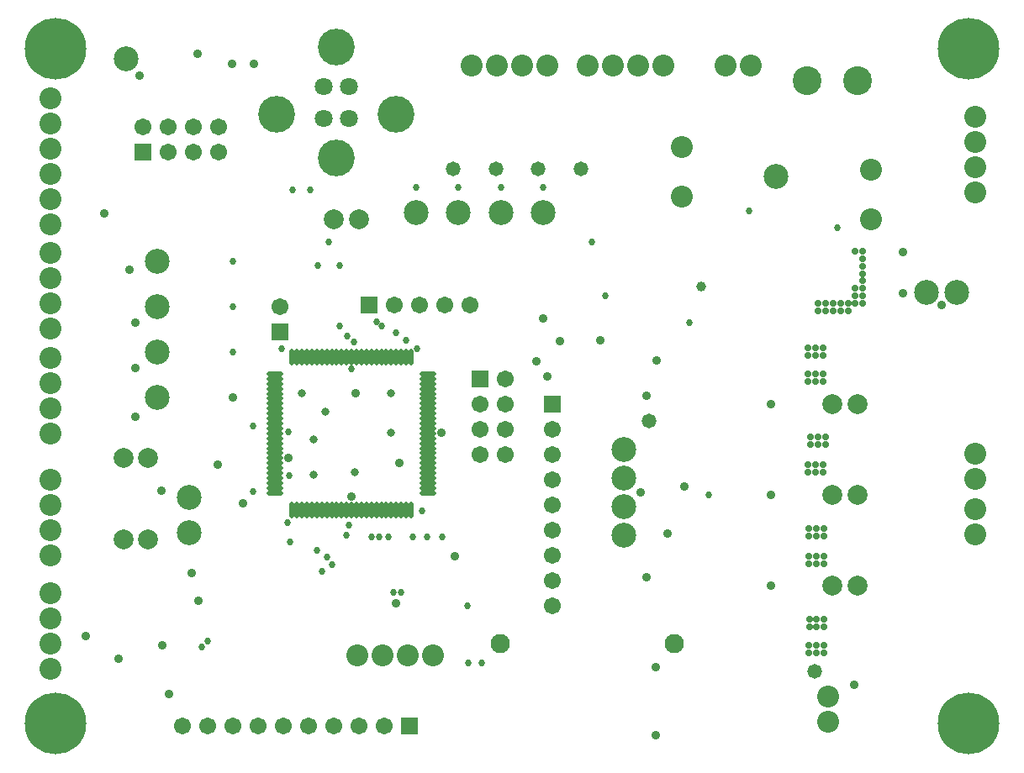
<source format=gts>
G04*
G04 #@! TF.GenerationSoftware,Altium Limited,Altium Designer,22.8.2 (66)*
G04*
G04 Layer_Color=8388736*
%FSLAX44Y44*%
%MOMM*%
G71*
G04*
G04 #@! TF.SameCoordinates,E80B4FDD-8870-46C6-9AB6-B278042541E5*
G04*
G04*
G04 #@! TF.FilePolarity,Negative*
G04*
G01*
G75*
%ADD17O,0.5032X1.6532*%
%ADD18O,1.6532X0.5032*%
%ADD19C,2.5032*%
%ADD20C,2.0032*%
%ADD21C,1.8032*%
%ADD22C,3.7032*%
%ADD23C,1.7032*%
%ADD24R,1.7032X1.7032*%
%ADD25C,6.2032*%
%ADD26C,2.2032*%
%ADD27R,1.7032X1.7032*%
%ADD28C,1.9532*%
%ADD29C,2.9032*%
%ADD30C,0.9032*%
%ADD31C,0.6932*%
%ADD32C,1.4732*%
%ADD33C,0.7032*%
%ADD34C,0.8032*%
%ADD35C,1.0032*%
D17*
X782560Y646650D02*
D03*
X777560D02*
D03*
X767560D02*
D03*
X772560D02*
D03*
X762560D02*
D03*
X802560D02*
D03*
X807560D02*
D03*
X812560D02*
D03*
X857560D02*
D03*
X852560D02*
D03*
X847560D02*
D03*
X842560D02*
D03*
X837560D02*
D03*
X832560D02*
D03*
X827560D02*
D03*
X822560D02*
D03*
X817560D02*
D03*
X797560D02*
D03*
X792560D02*
D03*
X787560D02*
D03*
X757560D02*
D03*
X752560D02*
D03*
X747560D02*
D03*
X742560D02*
D03*
X737560D02*
D03*
Y801150D02*
D03*
X742560D02*
D03*
X747560D02*
D03*
X752560D02*
D03*
X757560D02*
D03*
X762560D02*
D03*
X767560D02*
D03*
X772560D02*
D03*
X777560D02*
D03*
X782560D02*
D03*
X787560D02*
D03*
X792560D02*
D03*
X797560D02*
D03*
X802560D02*
D03*
X807560D02*
D03*
X812560D02*
D03*
X817560D02*
D03*
X822560D02*
D03*
X827560D02*
D03*
X832560D02*
D03*
X837560D02*
D03*
X842560D02*
D03*
X847560D02*
D03*
X852560D02*
D03*
X857560D02*
D03*
D18*
X720310Y663900D02*
D03*
Y668900D02*
D03*
Y673900D02*
D03*
Y678900D02*
D03*
Y683900D02*
D03*
Y688900D02*
D03*
Y693900D02*
D03*
Y698900D02*
D03*
Y703900D02*
D03*
Y708900D02*
D03*
Y713900D02*
D03*
Y718900D02*
D03*
Y723900D02*
D03*
Y728900D02*
D03*
Y733900D02*
D03*
Y738900D02*
D03*
Y743900D02*
D03*
Y748900D02*
D03*
Y753900D02*
D03*
Y758900D02*
D03*
Y763900D02*
D03*
Y768900D02*
D03*
Y773900D02*
D03*
Y778900D02*
D03*
Y783900D02*
D03*
X874810D02*
D03*
Y778900D02*
D03*
Y773900D02*
D03*
Y768900D02*
D03*
Y763900D02*
D03*
Y758900D02*
D03*
Y753900D02*
D03*
Y748900D02*
D03*
Y743900D02*
D03*
Y738900D02*
D03*
Y733900D02*
D03*
Y728900D02*
D03*
Y723900D02*
D03*
Y718900D02*
D03*
Y713900D02*
D03*
Y708900D02*
D03*
Y703900D02*
D03*
Y698900D02*
D03*
Y693900D02*
D03*
Y688900D02*
D03*
Y683900D02*
D03*
Y678900D02*
D03*
Y673900D02*
D03*
Y668900D02*
D03*
Y663900D02*
D03*
D19*
X862330Y946150D02*
D03*
X905087D02*
D03*
X990600D02*
D03*
X947843D02*
D03*
X601980Y759940D02*
D03*
X570230Y1101090D02*
D03*
X1225360Y982990D02*
D03*
X1407160Y866140D02*
D03*
X1376680D02*
D03*
X1071800Y707390D02*
D03*
Y621030D02*
D03*
Y649817D02*
D03*
Y678603D02*
D03*
X633730Y659130D02*
D03*
Y623570D02*
D03*
X601980Y897100D02*
D03*
Y851380D02*
D03*
Y805660D02*
D03*
D20*
X1281830Y570230D02*
D03*
X1306830D02*
D03*
X1281830Y753111D02*
D03*
X1306830D02*
D03*
X567830Y698900D02*
D03*
X592830D02*
D03*
X592610Y617220D02*
D03*
X567610D02*
D03*
X1306830Y661670D02*
D03*
X1281830D02*
D03*
X779980Y939800D02*
D03*
X804980D02*
D03*
D21*
X794620Y1040950D02*
D03*
X769620D02*
D03*
Y1073150D02*
D03*
X794620D02*
D03*
D22*
X721970Y1045550D02*
D03*
X842270D02*
D03*
X782120Y1113350D02*
D03*
Y1001450D02*
D03*
D23*
X916940Y853440D02*
D03*
X891540D02*
D03*
X866140D02*
D03*
X840740D02*
D03*
X999490Y702310D02*
D03*
Y676910D02*
D03*
Y651510D02*
D03*
Y626110D02*
D03*
Y600710D02*
D03*
Y575310D02*
D03*
Y549910D02*
D03*
Y727710D02*
D03*
X587380Y1032600D02*
D03*
X612780Y1007200D02*
D03*
Y1032600D02*
D03*
X638180Y1007200D02*
D03*
Y1032600D02*
D03*
X663580Y1007200D02*
D03*
Y1032600D02*
D03*
X952500Y778510D02*
D03*
X927100Y753110D02*
D03*
X952500D02*
D03*
X927100Y727710D02*
D03*
X952500D02*
D03*
X927100Y702310D02*
D03*
X952500D02*
D03*
X725170Y851782D02*
D03*
X805180Y429260D02*
D03*
X627380D02*
D03*
X652780D02*
D03*
X678180D02*
D03*
X703580D02*
D03*
X728980D02*
D03*
X754380D02*
D03*
X779780D02*
D03*
X830580D02*
D03*
D24*
X815340Y853440D02*
D03*
X587380Y1007200D02*
D03*
X855980Y429260D02*
D03*
D25*
X1419110Y431250D02*
D03*
X499110D02*
D03*
Y1111250D02*
D03*
X1419110D02*
D03*
D26*
X1174120Y1094740D02*
D03*
X1199520D02*
D03*
X494670Y829400D02*
D03*
Y854800D02*
D03*
Y774790D02*
D03*
Y800190D02*
D03*
Y723990D02*
D03*
Y749390D02*
D03*
X1425702Y966724D02*
D03*
Y992124D02*
D03*
Y1017524D02*
D03*
Y1042924D02*
D03*
X1129919Y1012520D02*
D03*
Y962520D02*
D03*
X918850Y1094740D02*
D03*
X944250D02*
D03*
X969650D02*
D03*
X995050D02*
D03*
X1060450D02*
D03*
X1035050D02*
D03*
X1085850D02*
D03*
X1111250D02*
D03*
X1320800Y939330D02*
D03*
Y989330D02*
D03*
X1277620Y458470D02*
D03*
Y433070D02*
D03*
X494670Y905600D02*
D03*
Y880200D02*
D03*
Y486500D02*
D03*
Y511900D02*
D03*
Y537300D02*
D03*
Y562700D02*
D03*
Y600800D02*
D03*
Y626200D02*
D03*
Y651600D02*
D03*
Y677000D02*
D03*
X879950Y500380D02*
D03*
X854550D02*
D03*
X829150D02*
D03*
X803750D02*
D03*
X1425580Y622390D02*
D03*
Y647790D02*
D03*
Y678270D02*
D03*
Y703670D02*
D03*
X494670Y934810D02*
D03*
Y1061810D02*
D03*
Y1036410D02*
D03*
Y1011010D02*
D03*
Y985610D02*
D03*
Y960210D02*
D03*
D27*
X999490Y753110D02*
D03*
X927100Y778510D02*
D03*
X725170Y826382D02*
D03*
D28*
X947550Y511837D02*
D03*
X1122550D02*
D03*
D29*
X1256030Y1079240D02*
D03*
X1306830D02*
D03*
D30*
X990710Y840030D02*
D03*
X1047750Y817880D02*
D03*
X642620Y1106170D02*
D03*
X699103Y1096385D02*
D03*
X994410Y781200D02*
D03*
X984100Y796859D02*
D03*
X677050Y1095870D02*
D03*
X1007110Y816610D02*
D03*
X605790Y666285D02*
D03*
X901446Y599948D02*
D03*
X584190Y1084590D02*
D03*
X842645Y552900D02*
D03*
X1391920Y853642D02*
D03*
X1352910Y865119D02*
D03*
Y906779D02*
D03*
X797560Y660400D02*
D03*
X734060Y698900D02*
D03*
X887970Y724918D02*
D03*
X802005Y764390D02*
D03*
X845820Y693900D02*
D03*
X1303580Y470309D02*
D03*
X1219609Y753111D02*
D03*
Y661670D02*
D03*
Y570230D02*
D03*
X548560Y945741D02*
D03*
X573560Y889100D02*
D03*
X579480Y835850D02*
D03*
Y789820D02*
D03*
X580121Y740940D02*
D03*
X662560Y692320D02*
D03*
X688020Y653571D02*
D03*
X613819Y461310D02*
D03*
X529740Y519430D02*
D03*
X636529Y582930D02*
D03*
X643631Y555410D02*
D03*
X606780Y510630D02*
D03*
X562730Y496691D02*
D03*
X1104039Y487980D02*
D03*
Y420099D02*
D03*
X1088300Y664210D02*
D03*
X1132840Y670560D02*
D03*
X1115970Y622700D02*
D03*
X1094300Y578606D02*
D03*
Y761486D02*
D03*
X1104900Y797560D02*
D03*
X678180Y759940D02*
D03*
D31*
X827560Y831850D02*
D03*
X822560Y835990D02*
D03*
X842560Y825500D02*
D03*
X852560Y817880D02*
D03*
X762560Y605924D02*
D03*
X772560Y598924D02*
D03*
X777560Y591924D02*
D03*
X767560Y584924D02*
D03*
X862330Y971830D02*
D03*
X990600D02*
D03*
X947843D02*
D03*
X905087D02*
D03*
X1039599Y916979D02*
D03*
X817560Y619328D02*
D03*
X834898D02*
D03*
X825246D02*
D03*
X839419Y563329D02*
D03*
X847560D02*
D03*
X858894Y619328D02*
D03*
X868680Y646176D02*
D03*
X873947Y619328D02*
D03*
X889000D02*
D03*
X1137780Y835510D02*
D03*
X774915Y917090D02*
D03*
X797560Y788670D02*
D03*
X785980Y832130D02*
D03*
X1286510Y931279D02*
D03*
X1052830Y862960D02*
D03*
X735330Y614680D02*
D03*
X755650Y969010D02*
D03*
X737870D02*
D03*
X1197610Y948420D02*
D03*
X734957Y681370D02*
D03*
X734060Y725170D02*
D03*
X727560Y808990D02*
D03*
X793473Y821600D02*
D03*
X800250Y815646D02*
D03*
X863600Y808990D02*
D03*
X795020Y631190D02*
D03*
X792560Y621030D02*
D03*
X732790Y633730D02*
D03*
X698500Y665480D02*
D03*
Y731520D02*
D03*
X678180Y851380D02*
D03*
X1156970Y661670D02*
D03*
X763700Y892810D02*
D03*
X785700D02*
D03*
X914400Y550060D02*
D03*
X928280Y492850D02*
D03*
X915520D02*
D03*
X652780Y514350D02*
D03*
X646430Y508638D02*
D03*
X678180Y897100D02*
D03*
Y805660D02*
D03*
D32*
X1028700Y990830D02*
D03*
X985791D02*
D03*
X943170D02*
D03*
X899528D02*
D03*
X1263650Y483870D02*
D03*
X1097280Y736086D02*
D03*
D33*
X1312502Y907501D02*
D03*
Y900001D02*
D03*
Y892501D02*
D03*
Y885001D02*
D03*
Y877501D02*
D03*
Y870001D02*
D03*
Y862501D02*
D03*
Y855001D02*
D03*
X1305002Y907501D02*
D03*
Y870001D02*
D03*
Y862501D02*
D03*
Y855001D02*
D03*
X1297502D02*
D03*
Y847501D02*
D03*
X1290002Y855001D02*
D03*
Y847501D02*
D03*
X1282502Y855001D02*
D03*
Y847501D02*
D03*
X1275002Y855001D02*
D03*
Y847501D02*
D03*
X1267502Y855001D02*
D03*
Y847501D02*
D03*
X1273502Y536501D02*
D03*
Y529001D02*
D03*
X1266002Y536501D02*
D03*
Y529001D02*
D03*
X1258502Y536501D02*
D03*
Y529001D02*
D03*
X1273002Y628001D02*
D03*
Y620501D02*
D03*
X1265502Y628001D02*
D03*
Y620501D02*
D03*
X1258002Y628001D02*
D03*
Y620501D02*
D03*
X1275002Y720001D02*
D03*
Y712501D02*
D03*
X1267502Y720001D02*
D03*
Y712501D02*
D03*
X1260002Y720001D02*
D03*
Y712501D02*
D03*
X1257002Y802501D02*
D03*
X1264502D02*
D03*
X1272002D02*
D03*
Y810001D02*
D03*
X1264502D02*
D03*
X1257002D02*
D03*
X1272502Y783751D02*
D03*
Y776251D02*
D03*
X1265002Y783751D02*
D03*
Y776251D02*
D03*
X1257502Y783751D02*
D03*
Y776251D02*
D03*
X1272502Y692001D02*
D03*
Y684501D02*
D03*
X1265002Y692001D02*
D03*
Y684501D02*
D03*
X1257502Y692001D02*
D03*
Y684501D02*
D03*
X1273002Y600001D02*
D03*
Y592501D02*
D03*
X1265502Y600001D02*
D03*
Y592501D02*
D03*
X1258002Y600001D02*
D03*
Y592501D02*
D03*
X1273002Y510001D02*
D03*
Y502501D02*
D03*
X1265502Y510001D02*
D03*
Y502501D02*
D03*
X1258002Y510001D02*
D03*
Y502501D02*
D03*
D34*
X837560Y764390D02*
D03*
X747880D02*
D03*
X770945Y745863D02*
D03*
X837560Y724918D02*
D03*
X800735Y684680D02*
D03*
X759610Y718185D02*
D03*
Y682625D02*
D03*
D35*
X1149350Y872147D02*
D03*
M02*

</source>
